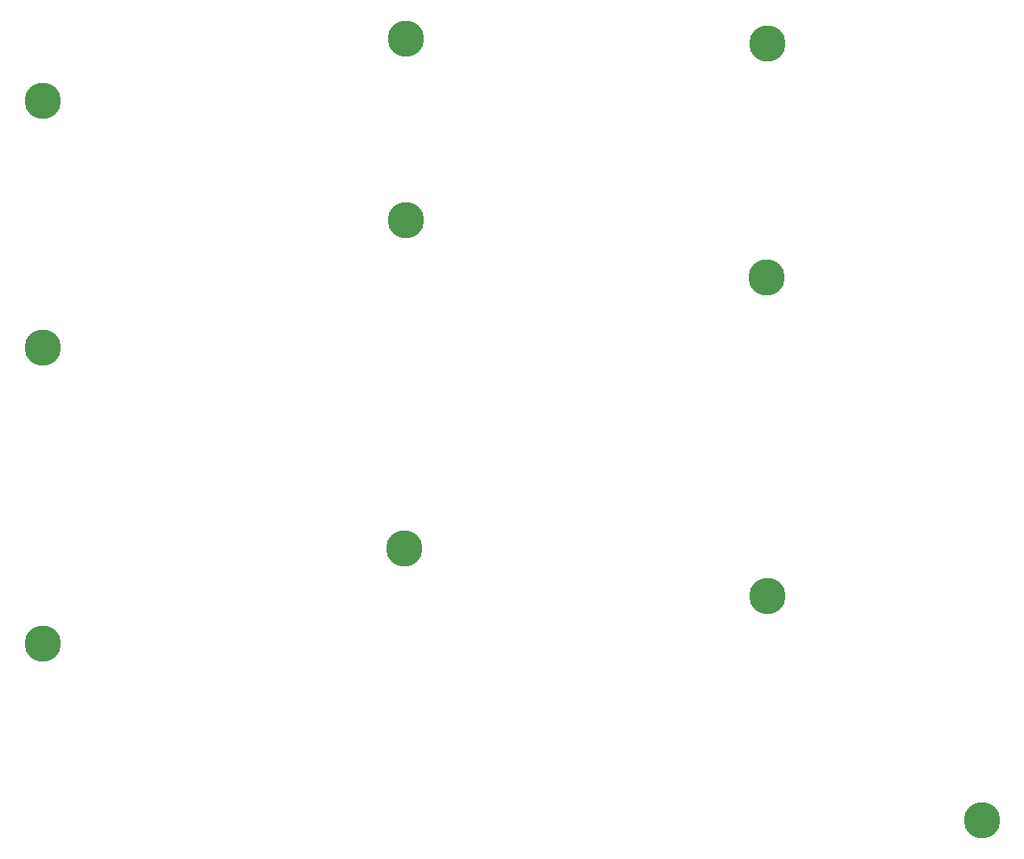
<source format=gbr>
%TF.GenerationSoftware,KiCad,Pcbnew,8.0.5-8.0.5-0~ubuntu20.04.1*%
%TF.CreationDate,2024-10-07T16:45:42+02:00*%
%TF.ProjectId,bottom_plate,626f7474-6f6d-45f7-906c-6174652e6b69,v1.0.0*%
%TF.SameCoordinates,Original*%
%TF.FileFunction,Copper,L1,Top*%
%TF.FilePolarity,Positive*%
%FSLAX46Y46*%
G04 Gerber Fmt 4.6, Leading zero omitted, Abs format (unit mm)*
G04 Created by KiCad (PCBNEW 8.0.5-8.0.5-0~ubuntu20.04.1) date 2024-10-07 16:45:42*
%MOMM*%
%LPD*%
G01*
G04 APERTURE LIST*
%TA.AperFunction,ComponentPad*%
%ADD10C,3.800000*%
%TD*%
G04 APERTURE END LIST*
D10*
%TO.P,H1,*%
%TO.N,*%
X185550000Y-89000000D03*
%TD*%
%TO.P,H2,*%
%TO.N,*%
X109450000Y-95000000D03*
%TD*%
%TO.P,H3,*%
%TO.N,*%
X109450000Y-152000000D03*
%TD*%
%TO.P,H4,*%
%TO.N,*%
X185550000Y-147000000D03*
%TD*%
%TO.P,H5,*%
%TO.N,*%
X147550000Y-107550000D03*
%TD*%
%TO.P,H6,*%
%TO.N,*%
X147450000Y-142000000D03*
%TD*%
%TO.P,H7,*%
%TO.N,*%
X208012759Y-170538758D03*
%TD*%
%TO.P,H8,*%
%TO.N,*%
X109450000Y-120920000D03*
%TD*%
%TO.P,H9,*%
%TO.N,*%
X147550000Y-88450000D03*
%TD*%
%TO.P,H10,*%
%TO.N,*%
X185450000Y-113550000D03*
%TD*%
M02*

</source>
